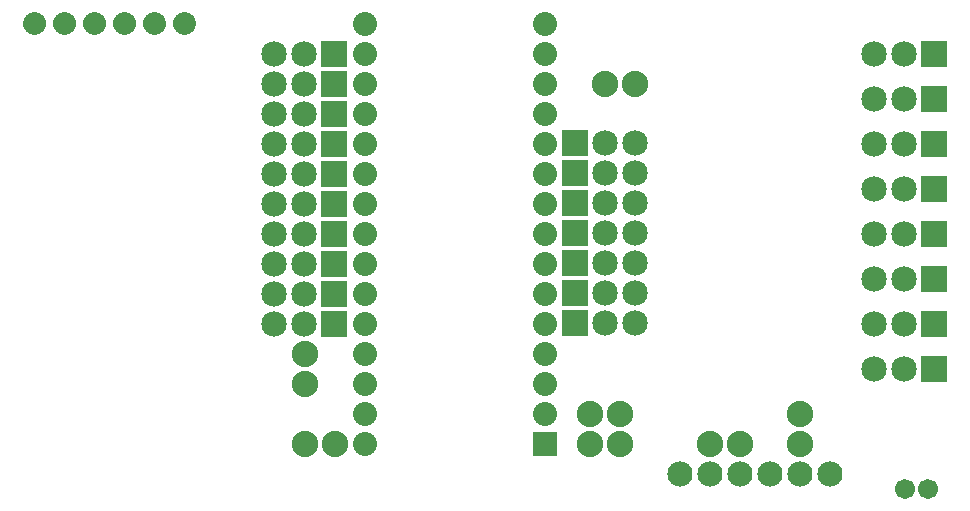
<source format=gts>
G04 MADE WITH FRITZING*
G04 WWW.FRITZING.ORG*
G04 DOUBLE SIDED*
G04 HOLES PLATED*
G04 CONTOUR ON CENTER OF CONTOUR VECTOR*
%ASAXBY*%
%FSLAX23Y23*%
%MOIN*%
%OFA0B0*%
%SFA1.0B1.0*%
%ADD10C,0.080000*%
%ADD11C,0.084000*%
%ADD12C,0.088000*%
%ADD13C,0.085000*%
%ADD14C,0.067000*%
%ADD15R,0.079972X0.080000*%
%ADD16R,0.085000X0.085000*%
%ADD17R,0.001000X0.001000*%
%LNMASK1*%
G90*
G70*
G54D10*
X1957Y323D03*
X1957Y423D03*
X1957Y523D03*
X1957Y623D03*
X1957Y723D03*
X1957Y823D03*
X1957Y923D03*
X1957Y1023D03*
X1957Y1123D03*
X1957Y1223D03*
X1957Y1323D03*
X1957Y1423D03*
X1957Y1523D03*
X1957Y1623D03*
X1957Y1723D03*
X1357Y323D03*
X1357Y423D03*
X1357Y523D03*
X1357Y623D03*
X1357Y723D03*
X1357Y823D03*
X1357Y923D03*
X1357Y1023D03*
X1357Y1123D03*
X1357Y1223D03*
X1357Y1323D03*
X1357Y1423D03*
X1357Y1523D03*
X1357Y1623D03*
X1357Y1723D03*
G54D11*
X2907Y223D03*
X2807Y223D03*
X2707Y223D03*
X2607Y223D03*
X2507Y223D03*
X2407Y223D03*
G54D12*
X2207Y423D03*
X2107Y423D03*
X2207Y323D03*
X2107Y323D03*
G54D13*
X2058Y725D03*
X2158Y725D03*
X2258Y725D03*
X2058Y925D03*
X2158Y925D03*
X2258Y925D03*
X2058Y825D03*
X2158Y825D03*
X2258Y825D03*
X2058Y1025D03*
X2158Y1025D03*
X2258Y1025D03*
X2058Y1225D03*
X2158Y1225D03*
X2258Y1225D03*
X2058Y1125D03*
X2158Y1125D03*
X2258Y1125D03*
X2058Y1325D03*
X2158Y1325D03*
X2258Y1325D03*
X1256Y822D03*
X1156Y822D03*
X1056Y822D03*
X1256Y722D03*
X1156Y722D03*
X1056Y722D03*
X1256Y1022D03*
X1156Y1022D03*
X1056Y1022D03*
X1256Y922D03*
X1156Y922D03*
X1056Y922D03*
X1256Y1122D03*
X1156Y1122D03*
X1056Y1122D03*
X1256Y1222D03*
X1156Y1222D03*
X1056Y1222D03*
X1256Y1322D03*
X1156Y1322D03*
X1056Y1322D03*
X1256Y1422D03*
X1156Y1422D03*
X1056Y1422D03*
X1256Y1522D03*
X1156Y1522D03*
X1056Y1522D03*
X1256Y1622D03*
X1156Y1622D03*
X1056Y1622D03*
G54D12*
X2607Y323D03*
X2507Y323D03*
X2807Y323D03*
X2807Y423D03*
G54D13*
X3256Y1022D03*
X3156Y1022D03*
X3056Y1022D03*
X3256Y1322D03*
X3156Y1322D03*
X3056Y1322D03*
X3256Y1622D03*
X3156Y1622D03*
X3056Y1622D03*
G54D12*
X2157Y1523D03*
X2257Y1523D03*
G54D13*
X3256Y872D03*
X3156Y872D03*
X3056Y872D03*
X3256Y1172D03*
X3156Y1172D03*
X3056Y1172D03*
X3256Y1472D03*
X3156Y1472D03*
X3056Y1472D03*
X3256Y572D03*
X3156Y572D03*
X3056Y572D03*
X3256Y722D03*
X3156Y722D03*
X3056Y722D03*
G54D14*
X3157Y173D03*
X3236Y173D03*
X3157Y173D03*
X3236Y173D03*
G54D12*
X1157Y523D03*
X1157Y623D03*
X1257Y323D03*
X1157Y323D03*
G54D15*
X1957Y323D03*
G54D16*
X2058Y725D03*
X2058Y925D03*
X2058Y825D03*
X2058Y1025D03*
X2058Y1225D03*
X2058Y1125D03*
X2058Y1325D03*
X1256Y822D03*
X1256Y722D03*
X1256Y1022D03*
X1256Y922D03*
X1256Y1122D03*
X1256Y1222D03*
X1256Y1322D03*
X1256Y1422D03*
X1256Y1522D03*
X1256Y1622D03*
X3256Y1022D03*
X3256Y1322D03*
X3256Y1622D03*
X3256Y872D03*
X3256Y1172D03*
X3256Y1472D03*
X3256Y572D03*
X3256Y722D03*
G54D17*
X249Y1761D02*
X264Y1761D01*
X349Y1761D02*
X364Y1761D01*
X449Y1761D02*
X464Y1761D01*
X549Y1761D02*
X564Y1761D01*
X649Y1761D02*
X664Y1761D01*
X749Y1761D02*
X764Y1761D01*
X245Y1760D02*
X268Y1760D01*
X345Y1760D02*
X368Y1760D01*
X445Y1760D02*
X468Y1760D01*
X545Y1760D02*
X568Y1760D01*
X645Y1760D02*
X668Y1760D01*
X745Y1760D02*
X768Y1760D01*
X243Y1759D02*
X271Y1759D01*
X343Y1759D02*
X370Y1759D01*
X443Y1759D02*
X470Y1759D01*
X543Y1759D02*
X570Y1759D01*
X642Y1759D02*
X670Y1759D01*
X742Y1759D02*
X770Y1759D01*
X240Y1758D02*
X273Y1758D01*
X340Y1758D02*
X373Y1758D01*
X440Y1758D02*
X473Y1758D01*
X540Y1758D02*
X573Y1758D01*
X640Y1758D02*
X673Y1758D01*
X740Y1758D02*
X773Y1758D01*
X239Y1757D02*
X275Y1757D01*
X338Y1757D02*
X375Y1757D01*
X438Y1757D02*
X475Y1757D01*
X538Y1757D02*
X575Y1757D01*
X638Y1757D02*
X674Y1757D01*
X738Y1757D02*
X774Y1757D01*
X237Y1756D02*
X276Y1756D01*
X337Y1756D02*
X376Y1756D01*
X437Y1756D02*
X476Y1756D01*
X537Y1756D02*
X576Y1756D01*
X637Y1756D02*
X676Y1756D01*
X737Y1756D02*
X776Y1756D01*
X235Y1755D02*
X278Y1755D01*
X335Y1755D02*
X378Y1755D01*
X435Y1755D02*
X478Y1755D01*
X535Y1755D02*
X578Y1755D01*
X635Y1755D02*
X678Y1755D01*
X735Y1755D02*
X778Y1755D01*
X234Y1754D02*
X279Y1754D01*
X334Y1754D02*
X379Y1754D01*
X434Y1754D02*
X479Y1754D01*
X534Y1754D02*
X579Y1754D01*
X634Y1754D02*
X679Y1754D01*
X734Y1754D02*
X779Y1754D01*
X233Y1753D02*
X280Y1753D01*
X333Y1753D02*
X380Y1753D01*
X433Y1753D02*
X480Y1753D01*
X533Y1753D02*
X580Y1753D01*
X633Y1753D02*
X680Y1753D01*
X733Y1753D02*
X780Y1753D01*
X232Y1752D02*
X282Y1752D01*
X332Y1752D02*
X381Y1752D01*
X432Y1752D02*
X481Y1752D01*
X532Y1752D02*
X581Y1752D01*
X631Y1752D02*
X681Y1752D01*
X731Y1752D02*
X781Y1752D01*
X230Y1751D02*
X283Y1751D01*
X330Y1751D02*
X383Y1751D01*
X430Y1751D02*
X483Y1751D01*
X530Y1751D02*
X583Y1751D01*
X630Y1751D02*
X683Y1751D01*
X730Y1751D02*
X783Y1751D01*
X230Y1750D02*
X284Y1750D01*
X329Y1750D02*
X384Y1750D01*
X429Y1750D02*
X484Y1750D01*
X529Y1750D02*
X584Y1750D01*
X629Y1750D02*
X684Y1750D01*
X729Y1750D02*
X783Y1750D01*
X229Y1749D02*
X284Y1749D01*
X329Y1749D02*
X384Y1749D01*
X429Y1749D02*
X484Y1749D01*
X529Y1749D02*
X584Y1749D01*
X629Y1749D02*
X684Y1749D01*
X728Y1749D02*
X784Y1749D01*
X228Y1748D02*
X285Y1748D01*
X328Y1748D02*
X385Y1748D01*
X428Y1748D02*
X485Y1748D01*
X528Y1748D02*
X585Y1748D01*
X628Y1748D02*
X685Y1748D01*
X728Y1748D02*
X785Y1748D01*
X227Y1747D02*
X286Y1747D01*
X327Y1747D02*
X386Y1747D01*
X427Y1747D02*
X486Y1747D01*
X527Y1747D02*
X586Y1747D01*
X627Y1747D02*
X686Y1747D01*
X727Y1747D02*
X786Y1747D01*
X226Y1746D02*
X287Y1746D01*
X326Y1746D02*
X387Y1746D01*
X426Y1746D02*
X487Y1746D01*
X526Y1746D02*
X587Y1746D01*
X626Y1746D02*
X687Y1746D01*
X726Y1746D02*
X787Y1746D01*
X226Y1745D02*
X288Y1745D01*
X326Y1745D02*
X388Y1745D01*
X426Y1745D02*
X488Y1745D01*
X525Y1745D02*
X587Y1745D01*
X625Y1745D02*
X687Y1745D01*
X725Y1745D02*
X787Y1745D01*
X225Y1744D02*
X288Y1744D01*
X325Y1744D02*
X388Y1744D01*
X425Y1744D02*
X488Y1744D01*
X525Y1744D02*
X588Y1744D01*
X625Y1744D02*
X688Y1744D01*
X725Y1744D02*
X788Y1744D01*
X224Y1743D02*
X289Y1743D01*
X324Y1743D02*
X389Y1743D01*
X424Y1743D02*
X489Y1743D01*
X524Y1743D02*
X589Y1743D01*
X624Y1743D02*
X689Y1743D01*
X724Y1743D02*
X789Y1743D01*
X224Y1742D02*
X289Y1742D01*
X324Y1742D02*
X389Y1742D01*
X424Y1742D02*
X489Y1742D01*
X524Y1742D02*
X589Y1742D01*
X624Y1742D02*
X689Y1742D01*
X724Y1742D02*
X789Y1742D01*
X223Y1741D02*
X290Y1741D01*
X323Y1741D02*
X390Y1741D01*
X423Y1741D02*
X490Y1741D01*
X523Y1741D02*
X590Y1741D01*
X623Y1741D02*
X690Y1741D01*
X723Y1741D02*
X790Y1741D01*
X223Y1740D02*
X290Y1740D01*
X323Y1740D02*
X390Y1740D01*
X423Y1740D02*
X490Y1740D01*
X523Y1740D02*
X590Y1740D01*
X623Y1740D02*
X690Y1740D01*
X723Y1740D02*
X790Y1740D01*
X222Y1739D02*
X291Y1739D01*
X322Y1739D02*
X391Y1739D01*
X422Y1739D02*
X491Y1739D01*
X522Y1739D02*
X591Y1739D01*
X622Y1739D02*
X691Y1739D01*
X722Y1739D02*
X791Y1739D01*
X222Y1738D02*
X291Y1738D01*
X322Y1738D02*
X391Y1738D01*
X422Y1738D02*
X491Y1738D01*
X522Y1738D02*
X591Y1738D01*
X622Y1738D02*
X691Y1738D01*
X722Y1738D02*
X791Y1738D01*
X221Y1737D02*
X292Y1737D01*
X321Y1737D02*
X392Y1737D01*
X421Y1737D02*
X492Y1737D01*
X521Y1737D02*
X592Y1737D01*
X621Y1737D02*
X692Y1737D01*
X721Y1737D02*
X792Y1737D01*
X221Y1736D02*
X292Y1736D01*
X321Y1736D02*
X392Y1736D01*
X421Y1736D02*
X492Y1736D01*
X521Y1736D02*
X592Y1736D01*
X621Y1736D02*
X692Y1736D01*
X721Y1736D02*
X792Y1736D01*
X221Y1735D02*
X292Y1735D01*
X321Y1735D02*
X392Y1735D01*
X421Y1735D02*
X492Y1735D01*
X521Y1735D02*
X592Y1735D01*
X621Y1735D02*
X692Y1735D01*
X721Y1735D02*
X792Y1735D01*
X221Y1734D02*
X293Y1734D01*
X320Y1734D02*
X393Y1734D01*
X420Y1734D02*
X493Y1734D01*
X520Y1734D02*
X593Y1734D01*
X620Y1734D02*
X692Y1734D01*
X720Y1734D02*
X792Y1734D01*
X220Y1733D02*
X293Y1733D01*
X320Y1733D02*
X393Y1733D01*
X420Y1733D02*
X493Y1733D01*
X520Y1733D02*
X593Y1733D01*
X620Y1733D02*
X693Y1733D01*
X720Y1733D02*
X793Y1733D01*
X220Y1732D02*
X293Y1732D01*
X320Y1732D02*
X393Y1732D01*
X420Y1732D02*
X493Y1732D01*
X520Y1732D02*
X593Y1732D01*
X620Y1732D02*
X693Y1732D01*
X720Y1732D02*
X793Y1732D01*
X220Y1731D02*
X293Y1731D01*
X320Y1731D02*
X393Y1731D01*
X420Y1731D02*
X493Y1731D01*
X520Y1731D02*
X593Y1731D01*
X620Y1731D02*
X693Y1731D01*
X720Y1731D02*
X793Y1731D01*
X220Y1730D02*
X293Y1730D01*
X320Y1730D02*
X393Y1730D01*
X420Y1730D02*
X493Y1730D01*
X520Y1730D02*
X593Y1730D01*
X620Y1730D02*
X693Y1730D01*
X720Y1730D02*
X793Y1730D01*
X220Y1729D02*
X294Y1729D01*
X319Y1729D02*
X394Y1729D01*
X419Y1729D02*
X494Y1729D01*
X519Y1729D02*
X594Y1729D01*
X619Y1729D02*
X693Y1729D01*
X719Y1729D02*
X793Y1729D01*
X219Y1728D02*
X294Y1728D01*
X319Y1728D02*
X394Y1728D01*
X419Y1728D02*
X494Y1728D01*
X519Y1728D02*
X594Y1728D01*
X619Y1728D02*
X694Y1728D01*
X719Y1728D02*
X794Y1728D01*
X219Y1727D02*
X294Y1727D01*
X319Y1727D02*
X394Y1727D01*
X419Y1727D02*
X494Y1727D01*
X519Y1727D02*
X594Y1727D01*
X619Y1727D02*
X694Y1727D01*
X719Y1727D02*
X794Y1727D01*
X219Y1726D02*
X294Y1726D01*
X319Y1726D02*
X394Y1726D01*
X419Y1726D02*
X494Y1726D01*
X519Y1726D02*
X594Y1726D01*
X619Y1726D02*
X694Y1726D01*
X719Y1726D02*
X794Y1726D01*
X219Y1725D02*
X294Y1725D01*
X319Y1725D02*
X394Y1725D01*
X419Y1725D02*
X494Y1725D01*
X519Y1725D02*
X594Y1725D01*
X619Y1725D02*
X694Y1725D01*
X719Y1725D02*
X794Y1725D01*
X219Y1724D02*
X294Y1724D01*
X319Y1724D02*
X394Y1724D01*
X419Y1724D02*
X494Y1724D01*
X519Y1724D02*
X594Y1724D01*
X619Y1724D02*
X694Y1724D01*
X719Y1724D02*
X794Y1724D01*
X219Y1723D02*
X294Y1723D01*
X319Y1723D02*
X394Y1723D01*
X419Y1723D02*
X494Y1723D01*
X519Y1723D02*
X594Y1723D01*
X619Y1723D02*
X694Y1723D01*
X719Y1723D02*
X794Y1723D01*
X219Y1722D02*
X294Y1722D01*
X319Y1722D02*
X394Y1722D01*
X419Y1722D02*
X494Y1722D01*
X519Y1722D02*
X594Y1722D01*
X619Y1722D02*
X694Y1722D01*
X719Y1722D02*
X794Y1722D01*
X219Y1721D02*
X294Y1721D01*
X319Y1721D02*
X394Y1721D01*
X419Y1721D02*
X494Y1721D01*
X519Y1721D02*
X594Y1721D01*
X619Y1721D02*
X694Y1721D01*
X719Y1721D02*
X794Y1721D01*
X219Y1720D02*
X294Y1720D01*
X319Y1720D02*
X394Y1720D01*
X419Y1720D02*
X494Y1720D01*
X519Y1720D02*
X594Y1720D01*
X619Y1720D02*
X694Y1720D01*
X719Y1720D02*
X794Y1720D01*
X219Y1719D02*
X294Y1719D01*
X319Y1719D02*
X394Y1719D01*
X419Y1719D02*
X494Y1719D01*
X519Y1719D02*
X594Y1719D01*
X619Y1719D02*
X694Y1719D01*
X719Y1719D02*
X793Y1719D01*
X220Y1718D02*
X293Y1718D01*
X320Y1718D02*
X393Y1718D01*
X420Y1718D02*
X493Y1718D01*
X520Y1718D02*
X593Y1718D01*
X620Y1718D02*
X693Y1718D01*
X720Y1718D02*
X793Y1718D01*
X220Y1717D02*
X293Y1717D01*
X320Y1717D02*
X393Y1717D01*
X420Y1717D02*
X493Y1717D01*
X520Y1717D02*
X593Y1717D01*
X620Y1717D02*
X693Y1717D01*
X720Y1717D02*
X793Y1717D01*
X220Y1716D02*
X293Y1716D01*
X320Y1716D02*
X393Y1716D01*
X420Y1716D02*
X493Y1716D01*
X520Y1716D02*
X593Y1716D01*
X620Y1716D02*
X693Y1716D01*
X720Y1716D02*
X793Y1716D01*
X220Y1715D02*
X293Y1715D01*
X320Y1715D02*
X393Y1715D01*
X420Y1715D02*
X493Y1715D01*
X520Y1715D02*
X593Y1715D01*
X620Y1715D02*
X693Y1715D01*
X720Y1715D02*
X793Y1715D01*
X220Y1714D02*
X293Y1714D01*
X320Y1714D02*
X393Y1714D01*
X420Y1714D02*
X493Y1714D01*
X520Y1714D02*
X593Y1714D01*
X620Y1714D02*
X693Y1714D01*
X720Y1714D02*
X792Y1714D01*
X221Y1713D02*
X292Y1713D01*
X321Y1713D02*
X392Y1713D01*
X421Y1713D02*
X492Y1713D01*
X521Y1713D02*
X592Y1713D01*
X621Y1713D02*
X692Y1713D01*
X721Y1713D02*
X792Y1713D01*
X221Y1712D02*
X292Y1712D01*
X321Y1712D02*
X392Y1712D01*
X421Y1712D02*
X492Y1712D01*
X521Y1712D02*
X592Y1712D01*
X621Y1712D02*
X692Y1712D01*
X721Y1712D02*
X792Y1712D01*
X221Y1711D02*
X292Y1711D01*
X321Y1711D02*
X392Y1711D01*
X421Y1711D02*
X492Y1711D01*
X521Y1711D02*
X592Y1711D01*
X621Y1711D02*
X692Y1711D01*
X721Y1711D02*
X792Y1711D01*
X222Y1710D02*
X291Y1710D01*
X322Y1710D02*
X391Y1710D01*
X422Y1710D02*
X491Y1710D01*
X522Y1710D02*
X591Y1710D01*
X622Y1710D02*
X691Y1710D01*
X722Y1710D02*
X791Y1710D01*
X222Y1709D02*
X291Y1709D01*
X322Y1709D02*
X391Y1709D01*
X422Y1709D02*
X491Y1709D01*
X522Y1709D02*
X591Y1709D01*
X622Y1709D02*
X691Y1709D01*
X722Y1709D02*
X791Y1709D01*
X223Y1708D02*
X290Y1708D01*
X323Y1708D02*
X390Y1708D01*
X423Y1708D02*
X490Y1708D01*
X523Y1708D02*
X590Y1708D01*
X623Y1708D02*
X690Y1708D01*
X722Y1708D02*
X790Y1708D01*
X223Y1707D02*
X290Y1707D01*
X323Y1707D02*
X390Y1707D01*
X423Y1707D02*
X490Y1707D01*
X523Y1707D02*
X590Y1707D01*
X623Y1707D02*
X690Y1707D01*
X723Y1707D02*
X790Y1707D01*
X224Y1706D02*
X289Y1706D01*
X324Y1706D02*
X389Y1706D01*
X424Y1706D02*
X489Y1706D01*
X524Y1706D02*
X589Y1706D01*
X624Y1706D02*
X689Y1706D01*
X723Y1706D02*
X789Y1706D01*
X224Y1705D02*
X289Y1705D01*
X324Y1705D02*
X389Y1705D01*
X424Y1705D02*
X489Y1705D01*
X524Y1705D02*
X589Y1705D01*
X624Y1705D02*
X689Y1705D01*
X724Y1705D02*
X789Y1705D01*
X225Y1704D02*
X288Y1704D01*
X325Y1704D02*
X388Y1704D01*
X425Y1704D02*
X488Y1704D01*
X525Y1704D02*
X588Y1704D01*
X625Y1704D02*
X688Y1704D01*
X725Y1704D02*
X788Y1704D01*
X225Y1703D02*
X288Y1703D01*
X325Y1703D02*
X388Y1703D01*
X425Y1703D02*
X488Y1703D01*
X525Y1703D02*
X588Y1703D01*
X625Y1703D02*
X688Y1703D01*
X725Y1703D02*
X788Y1703D01*
X226Y1702D02*
X287Y1702D01*
X326Y1702D02*
X387Y1702D01*
X426Y1702D02*
X487Y1702D01*
X526Y1702D02*
X587Y1702D01*
X626Y1702D02*
X687Y1702D01*
X726Y1702D02*
X787Y1702D01*
X227Y1701D02*
X286Y1701D01*
X327Y1701D02*
X386Y1701D01*
X427Y1701D02*
X486Y1701D01*
X527Y1701D02*
X586Y1701D01*
X627Y1701D02*
X686Y1701D01*
X727Y1701D02*
X786Y1701D01*
X228Y1700D02*
X285Y1700D01*
X328Y1700D02*
X385Y1700D01*
X428Y1700D02*
X485Y1700D01*
X528Y1700D02*
X585Y1700D01*
X628Y1700D02*
X685Y1700D01*
X727Y1700D02*
X785Y1700D01*
X228Y1699D02*
X285Y1699D01*
X328Y1699D02*
X385Y1699D01*
X428Y1699D02*
X485Y1699D01*
X528Y1699D02*
X585Y1699D01*
X628Y1699D02*
X685Y1699D01*
X728Y1699D02*
X785Y1699D01*
X229Y1698D02*
X284Y1698D01*
X329Y1698D02*
X384Y1698D01*
X429Y1698D02*
X484Y1698D01*
X529Y1698D02*
X584Y1698D01*
X629Y1698D02*
X684Y1698D01*
X729Y1698D02*
X784Y1698D01*
X230Y1697D02*
X283Y1697D01*
X330Y1697D02*
X383Y1697D01*
X430Y1697D02*
X483Y1697D01*
X530Y1697D02*
X583Y1697D01*
X630Y1697D02*
X683Y1697D01*
X730Y1697D02*
X783Y1697D01*
X231Y1696D02*
X282Y1696D01*
X331Y1696D02*
X382Y1696D01*
X431Y1696D02*
X482Y1696D01*
X531Y1696D02*
X582Y1696D01*
X631Y1696D02*
X682Y1696D01*
X731Y1696D02*
X782Y1696D01*
X233Y1695D02*
X281Y1695D01*
X332Y1695D02*
X381Y1695D01*
X432Y1695D02*
X481Y1695D01*
X532Y1695D02*
X581Y1695D01*
X632Y1695D02*
X680Y1695D01*
X732Y1695D02*
X780Y1695D01*
X234Y1694D02*
X279Y1694D01*
X334Y1694D02*
X379Y1694D01*
X434Y1694D02*
X479Y1694D01*
X534Y1694D02*
X579Y1694D01*
X634Y1694D02*
X679Y1694D01*
X734Y1694D02*
X779Y1694D01*
X235Y1693D02*
X278Y1693D01*
X335Y1693D02*
X378Y1693D01*
X435Y1693D02*
X478Y1693D01*
X535Y1693D02*
X578Y1693D01*
X635Y1693D02*
X678Y1693D01*
X735Y1693D02*
X778Y1693D01*
X237Y1692D02*
X276Y1692D01*
X337Y1692D02*
X376Y1692D01*
X437Y1692D02*
X476Y1692D01*
X537Y1692D02*
X576Y1692D01*
X637Y1692D02*
X676Y1692D01*
X737Y1692D02*
X776Y1692D01*
X238Y1691D02*
X275Y1691D01*
X338Y1691D02*
X375Y1691D01*
X438Y1691D02*
X475Y1691D01*
X538Y1691D02*
X575Y1691D01*
X638Y1691D02*
X675Y1691D01*
X738Y1691D02*
X775Y1691D01*
X240Y1690D02*
X273Y1690D01*
X340Y1690D02*
X373Y1690D01*
X440Y1690D02*
X473Y1690D01*
X540Y1690D02*
X573Y1690D01*
X640Y1690D02*
X673Y1690D01*
X740Y1690D02*
X773Y1690D01*
X242Y1689D02*
X271Y1689D01*
X342Y1689D02*
X371Y1689D01*
X442Y1689D02*
X471Y1689D01*
X542Y1689D02*
X571Y1689D01*
X642Y1689D02*
X671Y1689D01*
X742Y1689D02*
X771Y1689D01*
X245Y1688D02*
X268Y1688D01*
X345Y1688D02*
X368Y1688D01*
X445Y1688D02*
X468Y1688D01*
X545Y1688D02*
X568Y1688D01*
X645Y1688D02*
X668Y1688D01*
X745Y1688D02*
X768Y1688D01*
X249Y1687D02*
X265Y1687D01*
X349Y1687D02*
X364Y1687D01*
X449Y1687D02*
X464Y1687D01*
X549Y1687D02*
X564Y1687D01*
X649Y1687D02*
X664Y1687D01*
X748Y1687D02*
X764Y1687D01*
X256Y1686D02*
X257Y1686D01*
X356Y1686D02*
X357Y1686D01*
X456Y1686D02*
X457Y1686D01*
X556Y1686D02*
X557Y1686D01*
X656Y1686D02*
X657Y1686D01*
X756Y1686D02*
X757Y1686D01*
D02*
G04 End of Mask1*
M02*
</source>
